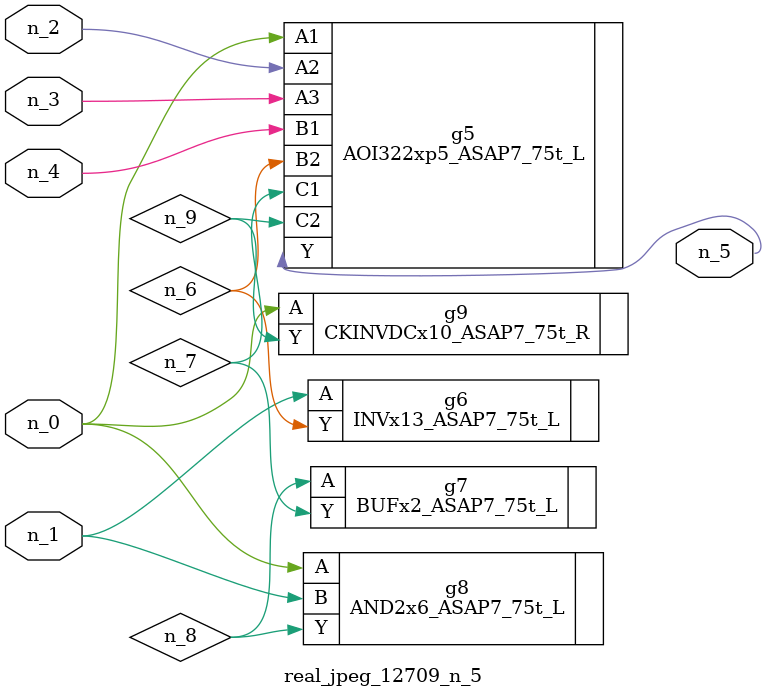
<source format=v>
module real_jpeg_12709_n_5 (n_4, n_0, n_1, n_2, n_3, n_5);

input n_4;
input n_0;
input n_1;
input n_2;
input n_3;

output n_5;

wire n_8;
wire n_6;
wire n_7;
wire n_9;

AOI322xp5_ASAP7_75t_L g5 ( 
.A1(n_0),
.A2(n_2),
.A3(n_3),
.B1(n_4),
.B2(n_6),
.C1(n_7),
.C2(n_9),
.Y(n_5)
);

AND2x6_ASAP7_75t_L g8 ( 
.A(n_0),
.B(n_1),
.Y(n_8)
);

CKINVDCx10_ASAP7_75t_R g9 ( 
.A(n_0),
.Y(n_9)
);

INVx13_ASAP7_75t_L g6 ( 
.A(n_1),
.Y(n_6)
);

BUFx2_ASAP7_75t_L g7 ( 
.A(n_8),
.Y(n_7)
);


endmodule
</source>
